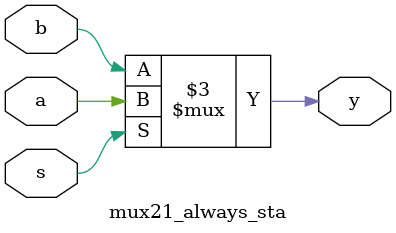
<source format=v>
module mux21_always_sta(a,b,s,y);
    input a;
    input b;
    input s;
    output y;
    reg y;

	always@(a or b or s)
		if (s)
		y = a;
		else 
		y = b;

endmodule

</source>
